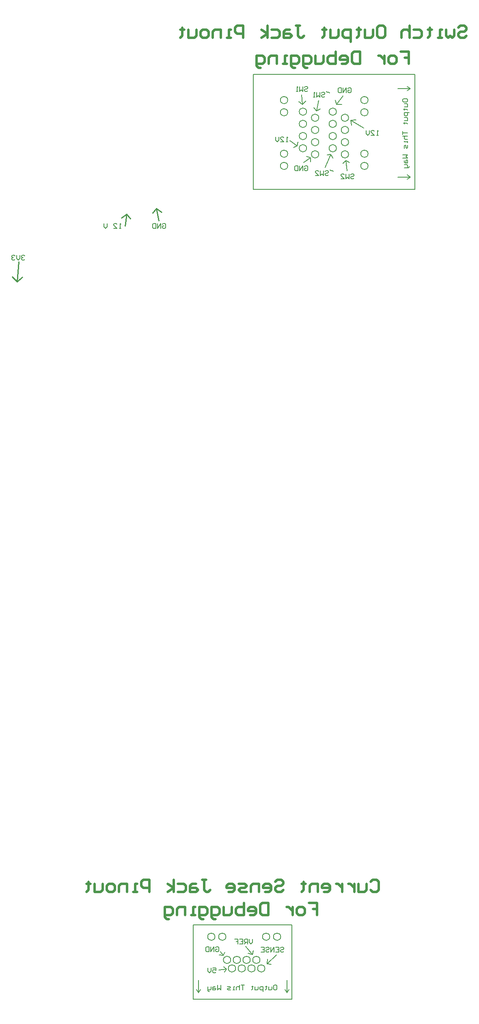
<source format=gbo>
G04*
G04 #@! TF.GenerationSoftware,Altium Limited,Altium Designer,23.10.1 (27)*
G04*
G04 Layer_Color=32896*
%FSLAX44Y44*%
%MOMM*%
G71*
G04*
G04 #@! TF.SameCoordinates,2E78A80F-BD86-4490-A529-E194FF2111EF*
G04*
G04*
G04 #@! TF.FilePolarity,Positive*
G04*
G01*
G75*
%ADD10C,0.2032*%
%ADD12C,0.2540*%
%ADD16C,0.5080*%
D10*
X557848Y301244D02*
G03*
X557848Y301244I-7620J0D01*
G01*
X578231D02*
G03*
X578231Y301244I-7620J0D01*
G01*
X598615D02*
G03*
X598615Y301244I-7620J0D01*
G01*
X618998D02*
G03*
X618998Y301244I-7620J0D01*
G01*
X608774Y319024D02*
G03*
X608774Y319024I-7620J0D01*
G01*
X588327D02*
G03*
X588327Y319024I-7620J0D01*
G01*
X568008D02*
G03*
X568008Y319024I-7620J0D01*
G01*
X547624D02*
G03*
X547624Y319024I-7620J0D01*
G01*
X514858Y367284D02*
G03*
X514858Y367284I-7620J0D01*
G01*
X537718D02*
G03*
X537718Y367284I-7620J0D01*
G01*
X629158D02*
G03*
X629158Y367284I-7620J0D01*
G01*
X652018D02*
G03*
X652018Y367284I-7620J0D01*
G01*
X666496Y1973326D02*
G03*
X666496Y1973326I-7620J0D01*
G01*
Y1998726D02*
G03*
X666496Y1998726I-7620J0D01*
G01*
Y2110486D02*
G03*
X666496Y2110486I-7620J0D01*
G01*
Y2085086D02*
G03*
X666496Y2085086I-7620J0D01*
G01*
X705866Y2086356D02*
G03*
X705866Y2086356I-7620J0D01*
G01*
Y2060956D02*
G03*
X705866Y2060956I-7620J0D01*
G01*
X731266Y2073656D02*
G03*
X731266Y2073656I-7620J0D01*
G01*
Y2048256D02*
G03*
X731266Y2048256I-7620J0D01*
G01*
X705866Y2035556D02*
G03*
X705866Y2035556I-7620J0D01*
G01*
Y2010156D02*
G03*
X705866Y2010156I-7620J0D01*
G01*
X731266Y2022856D02*
G03*
X731266Y2022856I-7620J0D01*
G01*
Y1997456D02*
G03*
X731266Y1997456I-7620J0D01*
G01*
X768096Y2010156D02*
G03*
X768096Y2010156I-7620J0D01*
G01*
X793496Y1997456D02*
G03*
X793496Y1997456I-7620J0D01*
G01*
Y2022856D02*
G03*
X793496Y2022856I-7620J0D01*
G01*
Y2048256D02*
G03*
X793496Y2048256I-7620J0D01*
G01*
X768096Y2035556D02*
G03*
X768096Y2035556I-7620J0D01*
G01*
Y2060956D02*
G03*
X768096Y2060956I-7620J0D01*
G01*
Y2086356D02*
G03*
X768096Y2086356I-7620J0D01*
G01*
X793496Y2073656D02*
G03*
X793496Y2073656I-7620J0D01*
G01*
X834136Y1973326D02*
G03*
X834136Y1973326I-7620J0D01*
G01*
Y1998726D02*
G03*
X834136Y1998726I-7620J0D01*
G01*
Y2085086D02*
G03*
X834136Y2085086I-7620J0D01*
G01*
Y2110486D02*
G03*
X834136Y2110486I-7620J0D01*
G01*
X469392Y237236D02*
X675386D01*
X469392Y391922D02*
X675386D01*
Y237236D02*
Y391922D01*
X469392Y237236D02*
Y391922D01*
X595122Y1924304D02*
X932180D01*
X595122Y2164080D02*
X932180D01*
Y1924304D02*
Y2164080D01*
X595122Y1924304D02*
Y2164080D01*
X583438Y332486D02*
X593344Y330200D01*
X595122Y338582D01*
X579120Y346710D02*
X593344Y330200D01*
X664972Y250444D02*
Y276606D01*
Y250444D02*
X669544Y257048D01*
X660654D02*
X664972Y250444D01*
X476250Y257048D02*
X480568Y250444D01*
X485140Y257048D01*
X480568Y250444D02*
Y276606D01*
X524002Y328930D02*
X532384Y328422D01*
X535432Y335534D01*
X526288Y336042D02*
X532384Y328422D01*
X534670Y293624D02*
X538988Y299466D01*
X533146Y304546D02*
X538988Y299466D01*
X522478Y297688D02*
X538988Y299466D01*
X623570Y310388D02*
X632460Y309880D01*
X623570Y310388D02*
X624078Y320802D01*
X623570Y310388D02*
X643128Y329438D01*
X896366Y1949958D02*
X922528D01*
X915924Y1954530D02*
X922528Y1949958D01*
X915924Y1945640D02*
X922528Y1949958D01*
X915924Y2130044D02*
X922528Y2134362D01*
X915924Y2138934D02*
X922528Y2134362D01*
X896366D02*
X922528D01*
X678688Y2011934D02*
X686562Y2015236D01*
X687832Y2023364D01*
X670814Y2025904D02*
X686562Y2015236D01*
X705866Y1993392D02*
X714248Y1990090D01*
X714502Y1981962D01*
X699770Y1980438D02*
X714248Y1990090D01*
X768604Y2101342D02*
X779780Y2101596D01*
X766064Y2110994D02*
X768604Y2101342D01*
X782320Y2119376D01*
X798068Y2068068D02*
X799592Y2058162D01*
X798068Y2068068D02*
X808990Y2069592D01*
X798068Y2068068D02*
X824992Y2052320D01*
X721360Y2094230D02*
X726948Y2087626D01*
X734822Y2091690D01*
X726948Y2087626D02*
X731012Y2109724D01*
X689356Y2107184D02*
X697230Y2101088D01*
X704596Y2108708D01*
X695198Y2121916D02*
X697230Y2101088D01*
X748538Y1996186D02*
X756666Y1997202D01*
X760476Y1989836D01*
X744982Y1970278D02*
X756666Y1997202D01*
X781558Y1978406D02*
X787654Y1984756D01*
X795528Y1979930D01*
X787654Y1984756D02*
X790448Y1963674D01*
X118364Y1785956D02*
X116671Y1787649D01*
X113286D01*
X111593Y1785956D01*
Y1784263D01*
X113286Y1782570D01*
X114978D01*
X113286D01*
X111593Y1780878D01*
Y1779185D01*
X113286Y1777492D01*
X116671D01*
X118364Y1779185D01*
X108207Y1787649D02*
Y1780878D01*
X104822Y1777492D01*
X101436Y1780878D01*
Y1787649D01*
X98051Y1785956D02*
X96358Y1787649D01*
X92972D01*
X91279Y1785956D01*
Y1784263D01*
X92972Y1782570D01*
X94665D01*
X92972D01*
X91279Y1780878D01*
Y1779185D01*
X92972Y1777492D01*
X96358D01*
X98051Y1779185D01*
X404963Y1851488D02*
X406656Y1853181D01*
X410041D01*
X411734Y1851488D01*
Y1844717D01*
X410041Y1843024D01*
X406656D01*
X404963Y1844717D01*
Y1848102D01*
X408348D01*
X401577Y1843024D02*
Y1853181D01*
X394806Y1843024D01*
Y1853181D01*
X391421D02*
Y1843024D01*
X386342D01*
X384649Y1844717D01*
Y1851488D01*
X386342Y1853181D01*
X391421D01*
X318516Y1843532D02*
X315130D01*
X316823D01*
Y1853689D01*
X318516Y1851996D01*
X303281Y1843532D02*
X310052D01*
X303281Y1850303D01*
Y1851996D01*
X304974Y1853689D01*
X308359D01*
X310052Y1851996D01*
X289739Y1853689D02*
Y1846918D01*
X286353Y1843532D01*
X282967Y1846918D01*
Y1853689D01*
X639066Y266526D02*
X642451D01*
X644144Y264834D01*
Y258062D01*
X642451Y256370D01*
X639066D01*
X637373Y258062D01*
Y264834D01*
X639066Y266526D01*
X633987Y263141D02*
Y258062D01*
X632295Y256370D01*
X627216D01*
Y263141D01*
X622138Y264834D02*
Y263141D01*
X623831D01*
X620445D01*
X622138D01*
Y258062D01*
X620445Y256370D01*
X615367Y252984D02*
Y263141D01*
X610288D01*
X608596Y261448D01*
Y258062D01*
X610288Y256370D01*
X615367D01*
X605210Y263141D02*
Y258062D01*
X603517Y256370D01*
X598439D01*
Y263141D01*
X593360Y264834D02*
Y263141D01*
X595053D01*
X591668D01*
X593360D01*
Y258062D01*
X591668Y256370D01*
X576432Y266526D02*
X569661D01*
X573047D01*
Y256370D01*
X566276Y266526D02*
Y256370D01*
Y261448D01*
X564583Y263141D01*
X561197D01*
X559505Y261448D01*
Y256370D01*
X556119D02*
X552733D01*
X554426D01*
Y263141D01*
X556119D01*
X547655Y256370D02*
X542577D01*
X540884Y258062D01*
X542577Y259755D01*
X545962D01*
X547655Y261448D01*
X545962Y263141D01*
X540884D01*
X527342Y266526D02*
Y256370D01*
X523956Y259755D01*
X520570Y256370D01*
Y266526D01*
X515492Y263141D02*
X512107D01*
X510414Y261448D01*
Y256370D01*
X515492D01*
X517185Y258062D01*
X515492Y259755D01*
X510414D01*
X507028Y263141D02*
Y258062D01*
X505335Y256370D01*
X500257D01*
Y254677D01*
X501950Y252984D01*
X503643D01*
X500257Y256370D02*
Y263141D01*
X651597Y343998D02*
X653290Y345691D01*
X656675D01*
X658368Y343998D01*
Y342305D01*
X656675Y340612D01*
X653290D01*
X651597Y338920D01*
Y337227D01*
X653290Y335534D01*
X656675D01*
X658368Y337227D01*
X641440Y345691D02*
X648211D01*
Y335534D01*
X641440D01*
X648211Y340612D02*
X644826D01*
X638055Y335534D02*
Y345691D01*
X631283Y335534D01*
Y345691D01*
X621127Y343998D02*
X622820Y345691D01*
X626205D01*
X627898Y343998D01*
Y342305D01*
X626205Y340612D01*
X622820D01*
X621127Y338920D01*
Y337227D01*
X622820Y335534D01*
X626205D01*
X627898Y337227D01*
X610970Y345691D02*
X617741D01*
Y335534D01*
X610970D01*
X617741Y340612D02*
X614356D01*
X516215Y344506D02*
X517908Y346199D01*
X521293D01*
X522986Y344506D01*
Y337735D01*
X521293Y336042D01*
X517908D01*
X516215Y337735D01*
Y341120D01*
X519600D01*
X512829Y336042D02*
Y346199D01*
X506058Y336042D01*
Y346199D01*
X502673D02*
Y336042D01*
X497594D01*
X495901Y337735D01*
Y344506D01*
X497594Y346199D01*
X502673D01*
X593090Y362709D02*
Y355938D01*
X589704Y352552D01*
X586319Y355938D01*
Y362709D01*
X582933Y352552D02*
Y362709D01*
X577855D01*
X576162Y361016D01*
Y357630D01*
X577855Y355938D01*
X582933D01*
X579548D02*
X576162Y352552D01*
X566005Y362709D02*
X572777D01*
Y352552D01*
X566005D01*
X572777Y357630D02*
X569391D01*
X555849Y362709D02*
X562620D01*
Y357630D01*
X559234D01*
X562620D01*
Y352552D01*
X509865Y302003D02*
X516636D01*
Y296924D01*
X513250Y298617D01*
X511558D01*
X509865Y296924D01*
Y293539D01*
X511558Y291846D01*
X514943D01*
X516636Y293539D01*
X506479Y302003D02*
Y295232D01*
X503094Y291846D01*
X499708Y295232D01*
Y302003D01*
X906446Y2108456D02*
Y2111841D01*
X908139Y2113534D01*
X914910D01*
X916602Y2111841D01*
Y2108456D01*
X914910Y2106763D01*
X908139D01*
X906446Y2108456D01*
X909831Y2103377D02*
X914910D01*
X916602Y2101685D01*
Y2096606D01*
X909831D01*
X908139Y2091528D02*
X909831D01*
Y2093221D01*
Y2089835D01*
Y2091528D01*
X914910D01*
X916602Y2089835D01*
X919988Y2084757D02*
X909831D01*
Y2079678D01*
X911524Y2077986D01*
X914910D01*
X916602Y2079678D01*
Y2084757D01*
X909831Y2074600D02*
X914910D01*
X916602Y2072907D01*
Y2067829D01*
X909831D01*
X908139Y2062750D02*
X909831D01*
Y2064443D01*
Y2061058D01*
Y2062750D01*
X914910D01*
X916602Y2061058D01*
X906446Y2045822D02*
Y2039051D01*
Y2042437D01*
X916602D01*
X906446Y2035666D02*
X916602D01*
X911524D01*
X909831Y2033973D01*
Y2030587D01*
X911524Y2028895D01*
X916602D01*
Y2025509D02*
Y2022124D01*
Y2023816D01*
X909831D01*
Y2025509D01*
X916602Y2017045D02*
Y2011967D01*
X914910Y2010274D01*
X913217Y2011967D01*
Y2015352D01*
X911524Y2017045D01*
X909831Y2015352D01*
Y2010274D01*
X906446Y1996732D02*
X916602D01*
X913217Y1993346D01*
X916602Y1989960D01*
X906446D01*
X909831Y1984882D02*
Y1981497D01*
X911524Y1979804D01*
X916602D01*
Y1984882D01*
X914910Y1986575D01*
X913217Y1984882D01*
Y1979804D01*
X909831Y1976418D02*
X914910D01*
X916602Y1974725D01*
Y1969647D01*
X918295D01*
X919988Y1971340D01*
Y1973033D01*
X916602Y1969647D02*
X909831D01*
X701194Y1971789D02*
X702887Y1973482D01*
X706273D01*
X707965Y1971789D01*
Y1965018D01*
X706273Y1963325D01*
X702887D01*
X701194Y1965018D01*
Y1968403D01*
X704580D01*
X697809Y1963325D02*
Y1973482D01*
X691037Y1963325D01*
Y1973482D01*
X687652D02*
Y1963325D01*
X682573D01*
X680881Y1965018D01*
Y1971789D01*
X682573Y1973482D01*
X687652D01*
X666496Y2023872D02*
X663110D01*
X664803D01*
Y2034029D01*
X666496Y2032336D01*
X651261Y2023872D02*
X658032D01*
X651261Y2030643D01*
Y2032336D01*
X652954Y2034029D01*
X656339D01*
X658032Y2032336D01*
X647875Y2034029D02*
Y2027258D01*
X644490Y2023872D01*
X641104Y2027258D01*
Y2034029D01*
X855218Y2036826D02*
X851832D01*
X853525D01*
Y2046983D01*
X855218Y2045290D01*
X839983Y2036826D02*
X846754D01*
X839983Y2043597D01*
Y2045290D01*
X841676Y2046983D01*
X845061D01*
X846754Y2045290D01*
X836597Y2046983D02*
Y2040212D01*
X833212Y2036826D01*
X829826Y2040212D01*
Y2046983D01*
X797901Y1954612D02*
X799594Y1956305D01*
X802979D01*
X804672Y1954612D01*
Y1952919D01*
X802979Y1951226D01*
X799594D01*
X797901Y1949534D01*
Y1947841D01*
X799594Y1946148D01*
X802979D01*
X804672Y1947841D01*
X794515Y1956305D02*
Y1946148D01*
X791130Y1949534D01*
X787744Y1946148D01*
Y1956305D01*
X777587Y1946148D02*
X784359D01*
X777587Y1952919D01*
Y1954612D01*
X779280Y1956305D01*
X782666D01*
X784359Y1954612D01*
X761238Y1961470D02*
X759545Y1963163D01*
X756160D01*
X754467Y1964855D01*
X744310Y1961470D02*
X746003Y1963163D01*
X749389D01*
X751081Y1961470D01*
Y1959777D01*
X749389Y1958084D01*
X746003D01*
X744310Y1956392D01*
Y1954699D01*
X746003Y1953006D01*
X749389D01*
X751081Y1954699D01*
X740925Y1963163D02*
Y1953006D01*
X737539Y1956392D01*
X734153Y1953006D01*
Y1963163D01*
X723997Y1953006D02*
X730768D01*
X723997Y1959777D01*
Y1961470D01*
X725689Y1963163D01*
X729075D01*
X730768Y1961470D01*
X754126Y2124792D02*
X752433Y2126485D01*
X749048D01*
X747355Y2128177D01*
X737198Y2124792D02*
X738891Y2126485D01*
X742277D01*
X743969Y2124792D01*
Y2123099D01*
X742277Y2121406D01*
X738891D01*
X737198Y2119714D01*
Y2118021D01*
X738891Y2116328D01*
X742277D01*
X743969Y2118021D01*
X733813Y2126485D02*
Y2116328D01*
X730427Y2119714D01*
X727041Y2116328D01*
Y2126485D01*
X723656Y2116328D02*
X720270D01*
X721963D01*
Y2126485D01*
X723656Y2124792D01*
X701635Y2137238D02*
X703328Y2138931D01*
X706713D01*
X708406Y2137238D01*
Y2135545D01*
X706713Y2133852D01*
X703328D01*
X701635Y2132160D01*
Y2130467D01*
X703328Y2128774D01*
X706713D01*
X708406Y2130467D01*
X698249Y2138931D02*
Y2128774D01*
X694864Y2132160D01*
X691478Y2128774D01*
Y2138931D01*
X688093Y2128774D02*
X684707D01*
X686400D01*
Y2138931D01*
X688093Y2137238D01*
X792313Y2134698D02*
X794006Y2136391D01*
X797391D01*
X799084Y2134698D01*
Y2127927D01*
X797391Y2126234D01*
X794006D01*
X792313Y2127927D01*
Y2131312D01*
X795698D01*
X788927Y2126234D02*
Y2136391D01*
X782156Y2126234D01*
Y2136391D01*
X778771D02*
Y2126234D01*
X773692D01*
X771999Y2127927D01*
Y2134698D01*
X773692Y2136391D01*
X778771D01*
D12*
X92202Y1742694D02*
X102362Y1732534D01*
X113030Y1741932D01*
X102362Y1732534D02*
X105410Y1773936D01*
X319278Y1865376D02*
X330708Y1872488D01*
X338074Y1863344D01*
X327660Y1847850D02*
X330708Y1872488D01*
X384810Y1875028D02*
X392684Y1884680D01*
X403606Y1877060D01*
X392684Y1884680D02*
X397256Y1859026D01*
D16*
X839306Y481916D02*
X843538Y486148D01*
X852002D01*
X856234Y481916D01*
Y464988D01*
X852002Y460756D01*
X843538D01*
X839306Y464988D01*
X830842Y477684D02*
Y464988D01*
X826610Y460756D01*
X813914D01*
Y477684D01*
X805450D02*
Y460756D01*
Y469220D01*
X801218Y473452D01*
X796986Y477684D01*
X792755D01*
X780059D02*
Y460756D01*
Y469220D01*
X775827Y473452D01*
X771595Y477684D01*
X767363D01*
X741971Y460756D02*
X750435D01*
X754667Y464988D01*
Y473452D01*
X750435Y477684D01*
X741971D01*
X737739Y473452D01*
Y469220D01*
X754667D01*
X729275Y460756D02*
Y477684D01*
X716579D01*
X712347Y473452D01*
Y460756D01*
X699651Y481916D02*
Y477684D01*
X703883D01*
X695419D01*
X699651D01*
Y464988D01*
X695419Y460756D01*
X640404Y481916D02*
X644636Y486148D01*
X653100D01*
X657332Y481916D01*
Y477684D01*
X653100Y473452D01*
X644636D01*
X640404Y469220D01*
Y464988D01*
X644636Y460756D01*
X653100D01*
X657332Y464988D01*
X619244Y460756D02*
X627708D01*
X631940Y464988D01*
Y473452D01*
X627708Y477684D01*
X619244D01*
X615012Y473452D01*
Y469220D01*
X631940D01*
X606548Y460756D02*
Y477684D01*
X593852D01*
X589620Y473452D01*
Y460756D01*
X581156D02*
X568460D01*
X564228Y464988D01*
X568460Y469220D01*
X576924D01*
X581156Y473452D01*
X576924Y477684D01*
X564228D01*
X543069Y460756D02*
X551533D01*
X555764Y464988D01*
Y473452D01*
X551533Y477684D01*
X543069D01*
X538837Y473452D01*
Y469220D01*
X555764D01*
X488053Y486148D02*
X496517D01*
X492285D01*
Y464988D01*
X496517Y460756D01*
X500749D01*
X504981Y464988D01*
X475357Y477684D02*
X466893D01*
X462661Y473452D01*
Y460756D01*
X475357D01*
X479589Y464988D01*
X475357Y469220D01*
X462661D01*
X437269Y477684D02*
X449965D01*
X454197Y473452D01*
Y464988D01*
X449965Y460756D01*
X437269D01*
X428805D02*
Y486148D01*
Y469220D02*
X416110Y477684D01*
X428805Y469220D02*
X416110Y460756D01*
X378022D02*
Y486148D01*
X365326D01*
X361094Y481916D01*
Y473452D01*
X365326Y469220D01*
X378022D01*
X352630Y460756D02*
X344166D01*
X348398D01*
Y477684D01*
X352630D01*
X331470Y460756D02*
Y477684D01*
X318774D01*
X314542Y473452D01*
Y460756D01*
X301847D02*
X293382D01*
X289151Y464988D01*
Y473452D01*
X293382Y477684D01*
X301847D01*
X306078Y473452D01*
Y464988D01*
X301847Y460756D01*
X280687Y477684D02*
Y464988D01*
X276455Y460756D01*
X263759D01*
Y477684D01*
X251063Y481916D02*
Y477684D01*
X255295D01*
X246831D01*
X251063D01*
Y464988D01*
X246831Y460756D01*
X710762Y438094D02*
X727690D01*
Y425398D01*
X719226D01*
X727690D01*
Y412702D01*
X698066D02*
X689602D01*
X685370Y416934D01*
Y425398D01*
X689602Y429630D01*
X698066D01*
X702298Y425398D01*
Y416934D01*
X698066Y412702D01*
X676907Y429630D02*
Y412702D01*
Y421166D01*
X672674Y425398D01*
X668443Y429630D01*
X664211D01*
X626123Y438094D02*
Y412702D01*
X613427D01*
X609195Y416934D01*
Y433862D01*
X613427Y438094D01*
X626123D01*
X588035Y412702D02*
X596499D01*
X600731Y416934D01*
Y425398D01*
X596499Y429630D01*
X588035D01*
X583803Y425398D01*
Y421166D01*
X600731D01*
X575339Y438094D02*
Y412702D01*
X562643D01*
X558411Y416934D01*
Y421166D01*
Y425398D01*
X562643Y429630D01*
X575339D01*
X549948D02*
Y416934D01*
X545715Y412702D01*
X533020D01*
Y429630D01*
X516092Y404238D02*
X511860D01*
X507628Y408470D01*
Y429630D01*
X520324D01*
X524556Y425398D01*
Y416934D01*
X520324Y412702D01*
X507628D01*
X490700Y404238D02*
X486468D01*
X482236Y408470D01*
Y429630D01*
X494932D01*
X499164Y425398D01*
Y416934D01*
X494932Y412702D01*
X482236D01*
X473772D02*
X465308D01*
X469540D01*
Y429630D01*
X473772D01*
X452612Y412702D02*
Y429630D01*
X439916D01*
X435684Y425398D01*
Y412702D01*
X418757Y404238D02*
X414525D01*
X410293Y408470D01*
Y429630D01*
X422989D01*
X427220Y425398D01*
Y416934D01*
X422989Y412702D01*
X410293D01*
X902044Y2211652D02*
X918972D01*
Y2198956D01*
X910508D01*
X918972D01*
Y2186260D01*
X889348D02*
X880884D01*
X876652Y2190492D01*
Y2198956D01*
X880884Y2203188D01*
X889348D01*
X893580Y2198956D01*
Y2190492D01*
X889348Y2186260D01*
X868188Y2203188D02*
Y2186260D01*
Y2194724D01*
X863956Y2198956D01*
X859725Y2203188D01*
X855492D01*
X817405Y2211652D02*
Y2186260D01*
X804709D01*
X800477Y2190492D01*
Y2207420D01*
X804709Y2211652D01*
X817405D01*
X779317Y2186260D02*
X787781D01*
X792013Y2190492D01*
Y2198956D01*
X787781Y2203188D01*
X779317D01*
X775085Y2198956D01*
Y2194724D01*
X792013D01*
X766621Y2211652D02*
Y2186260D01*
X753925D01*
X749693Y2190492D01*
Y2194724D01*
Y2198956D01*
X753925Y2203188D01*
X766621D01*
X741229D02*
Y2190492D01*
X736998Y2186260D01*
X724302D01*
Y2203188D01*
X707374Y2177796D02*
X703142D01*
X698910Y2182028D01*
Y2203188D01*
X711606D01*
X715838Y2198956D01*
Y2190492D01*
X711606Y2186260D01*
X698910D01*
X681982Y2177796D02*
X677750D01*
X673518Y2182028D01*
Y2203188D01*
X686214D01*
X690446Y2198956D01*
Y2190492D01*
X686214Y2186260D01*
X673518D01*
X665054D02*
X656590D01*
X660822D01*
Y2203188D01*
X665054D01*
X643894Y2186260D02*
Y2203188D01*
X631198D01*
X626966Y2198956D01*
Y2186260D01*
X610038Y2177796D02*
X605807D01*
X601575Y2182028D01*
Y2203188D01*
X614271D01*
X618502Y2198956D01*
Y2190492D01*
X614271Y2186260D01*
X601575D01*
X1022440Y2261522D02*
X1026672Y2265754D01*
X1035136D01*
X1039368Y2261522D01*
Y2257290D01*
X1035136Y2253058D01*
X1026672D01*
X1022440Y2248826D01*
Y2244594D01*
X1026672Y2240362D01*
X1035136D01*
X1039368Y2244594D01*
X1013976Y2257290D02*
Y2244594D01*
X1009744Y2240362D01*
X1005512Y2244594D01*
X1001280Y2240362D01*
X997048Y2244594D01*
Y2257290D01*
X988584Y2240362D02*
X980120D01*
X984352D01*
Y2257290D01*
X988584D01*
X963193Y2261522D02*
Y2257290D01*
X967425D01*
X958961D01*
X963193D01*
Y2244594D01*
X958961Y2240362D01*
X929337Y2257290D02*
X942033D01*
X946265Y2253058D01*
Y2244594D01*
X942033Y2240362D01*
X929337D01*
X920873Y2265754D02*
Y2240362D01*
Y2253058D01*
X916641Y2257290D01*
X908177D01*
X903945Y2253058D01*
Y2240362D01*
X857393Y2265754D02*
X865857D01*
X870089Y2261522D01*
Y2244594D01*
X865857Y2240362D01*
X857393D01*
X853161Y2244594D01*
Y2261522D01*
X857393Y2265754D01*
X844698Y2257290D02*
Y2244594D01*
X840466Y2240362D01*
X827770D01*
Y2257290D01*
X815074Y2261522D02*
Y2257290D01*
X819306D01*
X810842D01*
X815074D01*
Y2244594D01*
X810842Y2240362D01*
X798146Y2231898D02*
Y2257290D01*
X785450D01*
X781218Y2253058D01*
Y2244594D01*
X785450Y2240362D01*
X798146D01*
X772754Y2257290D02*
Y2244594D01*
X768522Y2240362D01*
X755826D01*
Y2257290D01*
X743130Y2261522D02*
Y2257290D01*
X747362D01*
X738898D01*
X743130D01*
Y2244594D01*
X738898Y2240362D01*
X683883Y2265754D02*
X692347D01*
X688115D01*
Y2244594D01*
X692347Y2240362D01*
X696579D01*
X700811Y2244594D01*
X671187Y2257290D02*
X662723D01*
X658491Y2253058D01*
Y2240362D01*
X671187D01*
X675419Y2244594D01*
X671187Y2248826D01*
X658491D01*
X633099Y2257290D02*
X645795D01*
X650027Y2253058D01*
Y2244594D01*
X645795Y2240362D01*
X633099D01*
X624635D02*
Y2265754D01*
Y2248826D02*
X611940Y2257290D01*
X624635Y2248826D02*
X611940Y2240362D01*
X573852D02*
Y2265754D01*
X561156D01*
X556924Y2261522D01*
Y2253058D01*
X561156Y2248826D01*
X573852D01*
X548460Y2240362D02*
X539996D01*
X544228D01*
Y2257290D01*
X548460D01*
X527300Y2240362D02*
Y2257290D01*
X514604D01*
X510372Y2253058D01*
Y2240362D01*
X497676D02*
X489212D01*
X484981Y2244594D01*
Y2253058D01*
X489212Y2257290D01*
X497676D01*
X501908Y2253058D01*
Y2244594D01*
X497676Y2240362D01*
X476516Y2257290D02*
Y2244594D01*
X472285Y2240362D01*
X459589D01*
Y2257290D01*
X446893Y2261522D02*
Y2257290D01*
X451125D01*
X442661D01*
X446893D01*
Y2244594D01*
X442661Y2240362D01*
M02*

</source>
